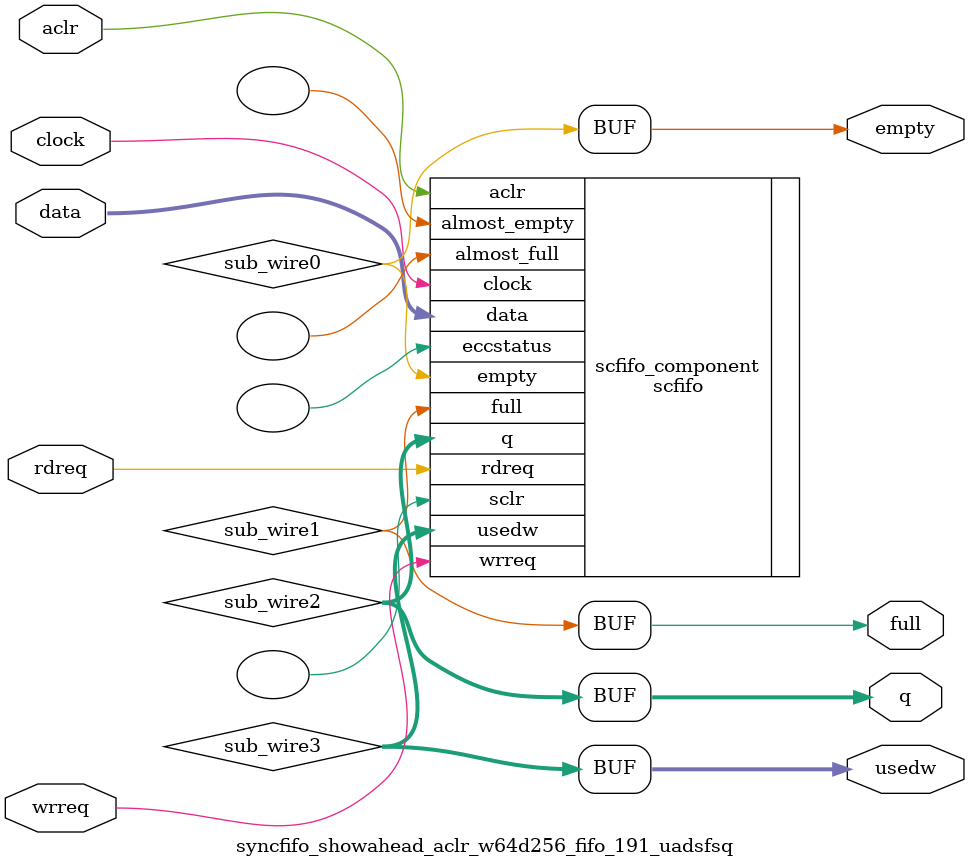
<source format=v>

`timescale 1 ps / 1 ps
module  syncfifo_showahead_aclr_w64d256_fifo_191_uadsfsq  (
    aclr,
    clock,
    data,
    rdreq,
    wrreq,
    empty,
    full,
    q,
    usedw);

    input    aclr;
    input    clock;
    input  [63:0]  data;
    input    rdreq;
    input    wrreq;
    output   empty;
    output   full;
    output [63:0]  q;
    output [7:0]  usedw;

    wire  sub_wire0;
    wire  sub_wire1;
    wire [63:0] sub_wire2;
    wire [7:0] sub_wire3;
    wire  empty = sub_wire0;
    wire  full = sub_wire1;
    wire [63:0] q = sub_wire2[63:0];
    wire [7:0] usedw = sub_wire3[7:0];

    scfifo  scfifo_component (
                .aclr (aclr),
                .clock (clock),
                .data (data),
                .rdreq (rdreq),
                .wrreq (wrreq),
                .empty (sub_wire0),
                .full (sub_wire1),
                .q (sub_wire2),
                .usedw (sub_wire3),
                .almost_empty (),
                .almost_full (),
                .eccstatus (),
                .sclr ());
    defparam
        scfifo_component.add_ram_output_register  = "OFF",
        scfifo_component.enable_ecc  = "FALSE",
        scfifo_component.intended_device_family  = "Arria 10",
        scfifo_component.lpm_numwords  = 256,
        scfifo_component.lpm_showahead  = "ON",
        scfifo_component.lpm_type  = "scfifo",
        scfifo_component.lpm_width  = 64,
        scfifo_component.lpm_widthu  = 8,
        scfifo_component.overflow_checking  = "ON",
        scfifo_component.underflow_checking  = "ON",
        scfifo_component.use_eab  = "ON";


endmodule



</source>
